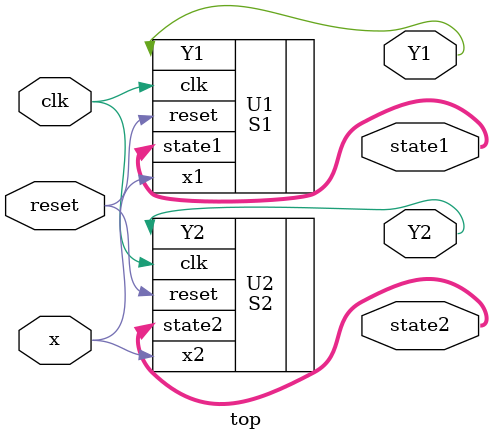
<source format=v>
`timescale 1 ns/10 ps

module top (output wire Y1, 
            output wire       Y2, 
            output wire [1:0] state1,
            output wire [1:0] state2,
            input wire       clk, reset, x);

   S1 U1 (.Y1(Y1),.state1(state1),.clk(clk), .reset(reset), .x1(x));
   S2 U2 (.Y2(Y2),.state2(state2),.clk(clk), .reset(reset), .x2(x));

endmodule 

</source>
